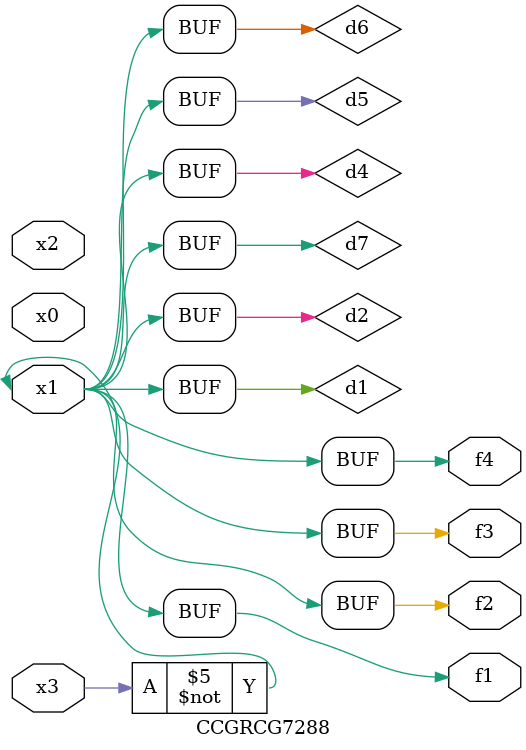
<source format=v>
module CCGRCG7288(
	input x0, x1, x2, x3,
	output f1, f2, f3, f4
);

	wire d1, d2, d3, d4, d5, d6, d7;

	not (d1, x3);
	buf (d2, x1);
	xnor (d3, d1, d2);
	nor (d4, d1);
	buf (d5, d1, d2);
	buf (d6, d4, d5);
	nand (d7, d4);
	assign f1 = d6;
	assign f2 = d7;
	assign f3 = d6;
	assign f4 = d6;
endmodule

</source>
